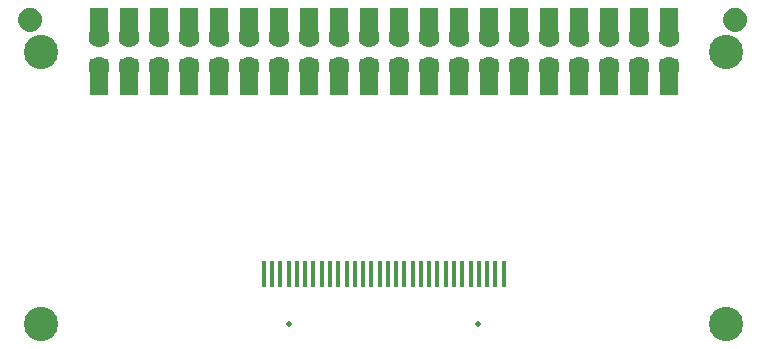
<source format=gbr>
G04 EAGLE Gerber RS-274X export*
G75*
%MOMM*%
%FSLAX34Y34*%
%LPD*%
%INSoldermask Bottom*%
%IPPOS*%
%AMOC8*
5,1,8,0,0,1.08239X$1,22.5*%
G01*
%ADD10R,0.451600X2.301600*%
%ADD11C,0.501600*%
%ADD12C,2.901600*%
%ADD13R,1.625600X3.149600*%
%ADD14C,1.778000*%
%ADD15C,1.101600*%
%ADD16C,0.500000*%


D10*
X223620Y76740D03*
X230620Y76740D03*
X237620Y76740D03*
X244620Y76740D03*
X251620Y76740D03*
X258620Y76740D03*
X265620Y76740D03*
X272620Y76740D03*
X279620Y76740D03*
X286620Y76740D03*
X293620Y76740D03*
X300620Y76740D03*
X307620Y76740D03*
X314620Y76740D03*
X321620Y76740D03*
X328620Y76740D03*
X335620Y76740D03*
X342620Y76740D03*
X349620Y76740D03*
X356620Y76740D03*
X363620Y76740D03*
X370620Y76740D03*
X377620Y76740D03*
X384620Y76740D03*
X391620Y76740D03*
X398620Y76740D03*
X405620Y76740D03*
X412620Y76740D03*
X419620Y76740D03*
X426620Y76740D03*
D11*
X245120Y34240D03*
X405120Y34240D03*
D12*
X35254Y265000D03*
X615254Y265000D03*
X615254Y35000D03*
D13*
X83950Y243394D03*
X83950Y286574D03*
X109350Y243394D03*
X109350Y286574D03*
X134750Y286574D03*
X134750Y243394D03*
X160150Y286574D03*
X160150Y243394D03*
X185550Y286574D03*
X185550Y243394D03*
X210950Y286574D03*
X210950Y243394D03*
X236350Y286574D03*
X236350Y243394D03*
X261750Y286574D03*
X261750Y243394D03*
X287150Y286574D03*
X287150Y243394D03*
X312550Y286574D03*
X312550Y243394D03*
X337950Y286574D03*
X337950Y243394D03*
X363350Y286574D03*
X363350Y243394D03*
X388750Y286574D03*
X388750Y243394D03*
X414150Y286574D03*
X414150Y243394D03*
X439550Y286574D03*
X439550Y243394D03*
X464950Y286574D03*
X464950Y243394D03*
X490350Y286574D03*
X490350Y243394D03*
X515750Y286574D03*
X515750Y243394D03*
X541150Y286574D03*
X541150Y243394D03*
X566550Y286574D03*
X566550Y243394D03*
D12*
X35254Y35000D03*
D14*
X83954Y252300D03*
X83954Y277700D03*
X109354Y252300D03*
X109354Y277700D03*
X134754Y252300D03*
X134754Y277700D03*
X160154Y252300D03*
X160154Y277700D03*
X185554Y252300D03*
X185554Y277700D03*
X210954Y252300D03*
X210954Y277700D03*
X236354Y252300D03*
X236354Y277700D03*
X261754Y252300D03*
X261754Y277700D03*
X287154Y252300D03*
X287154Y277700D03*
X312554Y252300D03*
X312554Y277700D03*
X337954Y252300D03*
X337954Y277700D03*
X363354Y252300D03*
X363354Y277700D03*
X388754Y252300D03*
X388754Y277700D03*
X414154Y252300D03*
X414154Y277700D03*
X439554Y252300D03*
X439554Y277700D03*
X464954Y252300D03*
X464954Y277700D03*
X490354Y252300D03*
X490354Y277700D03*
X515754Y252300D03*
X515754Y277700D03*
X541154Y252300D03*
X541154Y277700D03*
X566554Y252300D03*
X566554Y277700D03*
D15*
X25654Y292100D03*
D16*
X33154Y292100D02*
X33152Y292281D01*
X33145Y292462D01*
X33134Y292643D01*
X33119Y292824D01*
X33099Y293004D01*
X33075Y293184D01*
X33047Y293363D01*
X33014Y293541D01*
X32977Y293718D01*
X32936Y293895D01*
X32891Y294070D01*
X32841Y294245D01*
X32787Y294418D01*
X32729Y294589D01*
X32667Y294760D01*
X32600Y294928D01*
X32530Y295095D01*
X32456Y295261D01*
X32377Y295424D01*
X32295Y295585D01*
X32209Y295745D01*
X32119Y295902D01*
X32025Y296057D01*
X31928Y296210D01*
X31826Y296360D01*
X31722Y296508D01*
X31613Y296654D01*
X31502Y296796D01*
X31386Y296936D01*
X31268Y297073D01*
X31146Y297208D01*
X31021Y297339D01*
X30893Y297467D01*
X30762Y297592D01*
X30627Y297714D01*
X30490Y297832D01*
X30350Y297948D01*
X30208Y298059D01*
X30062Y298168D01*
X29914Y298272D01*
X29764Y298374D01*
X29611Y298471D01*
X29456Y298565D01*
X29299Y298655D01*
X29139Y298741D01*
X28978Y298823D01*
X28815Y298902D01*
X28649Y298976D01*
X28482Y299046D01*
X28314Y299113D01*
X28143Y299175D01*
X27972Y299233D01*
X27799Y299287D01*
X27624Y299337D01*
X27449Y299382D01*
X27272Y299423D01*
X27095Y299460D01*
X26917Y299493D01*
X26738Y299521D01*
X26558Y299545D01*
X26378Y299565D01*
X26197Y299580D01*
X26016Y299591D01*
X25835Y299598D01*
X25654Y299600D01*
X25473Y299598D01*
X25292Y299591D01*
X25111Y299580D01*
X24930Y299565D01*
X24750Y299545D01*
X24570Y299521D01*
X24391Y299493D01*
X24213Y299460D01*
X24036Y299423D01*
X23859Y299382D01*
X23684Y299337D01*
X23509Y299287D01*
X23336Y299233D01*
X23165Y299175D01*
X22994Y299113D01*
X22826Y299046D01*
X22659Y298976D01*
X22493Y298902D01*
X22330Y298823D01*
X22169Y298741D01*
X22009Y298655D01*
X21852Y298565D01*
X21697Y298471D01*
X21544Y298374D01*
X21394Y298272D01*
X21246Y298168D01*
X21100Y298059D01*
X20958Y297948D01*
X20818Y297832D01*
X20681Y297714D01*
X20546Y297592D01*
X20415Y297467D01*
X20287Y297339D01*
X20162Y297208D01*
X20040Y297073D01*
X19922Y296936D01*
X19806Y296796D01*
X19695Y296654D01*
X19586Y296508D01*
X19482Y296360D01*
X19380Y296210D01*
X19283Y296057D01*
X19189Y295902D01*
X19099Y295745D01*
X19013Y295585D01*
X18931Y295424D01*
X18852Y295261D01*
X18778Y295095D01*
X18708Y294928D01*
X18641Y294760D01*
X18579Y294589D01*
X18521Y294418D01*
X18467Y294245D01*
X18417Y294070D01*
X18372Y293895D01*
X18331Y293718D01*
X18294Y293541D01*
X18261Y293363D01*
X18233Y293184D01*
X18209Y293004D01*
X18189Y292824D01*
X18174Y292643D01*
X18163Y292462D01*
X18156Y292281D01*
X18154Y292100D01*
X18156Y291919D01*
X18163Y291738D01*
X18174Y291557D01*
X18189Y291376D01*
X18209Y291196D01*
X18233Y291016D01*
X18261Y290837D01*
X18294Y290659D01*
X18331Y290482D01*
X18372Y290305D01*
X18417Y290130D01*
X18467Y289955D01*
X18521Y289782D01*
X18579Y289611D01*
X18641Y289440D01*
X18708Y289272D01*
X18778Y289105D01*
X18852Y288939D01*
X18931Y288776D01*
X19013Y288615D01*
X19099Y288455D01*
X19189Y288298D01*
X19283Y288143D01*
X19380Y287990D01*
X19482Y287840D01*
X19586Y287692D01*
X19695Y287546D01*
X19806Y287404D01*
X19922Y287264D01*
X20040Y287127D01*
X20162Y286992D01*
X20287Y286861D01*
X20415Y286733D01*
X20546Y286608D01*
X20681Y286486D01*
X20818Y286368D01*
X20958Y286252D01*
X21100Y286141D01*
X21246Y286032D01*
X21394Y285928D01*
X21544Y285826D01*
X21697Y285729D01*
X21852Y285635D01*
X22009Y285545D01*
X22169Y285459D01*
X22330Y285377D01*
X22493Y285298D01*
X22659Y285224D01*
X22826Y285154D01*
X22994Y285087D01*
X23165Y285025D01*
X23336Y284967D01*
X23509Y284913D01*
X23684Y284863D01*
X23859Y284818D01*
X24036Y284777D01*
X24213Y284740D01*
X24391Y284707D01*
X24570Y284679D01*
X24750Y284655D01*
X24930Y284635D01*
X25111Y284620D01*
X25292Y284609D01*
X25473Y284602D01*
X25654Y284600D01*
X25835Y284602D01*
X26016Y284609D01*
X26197Y284620D01*
X26378Y284635D01*
X26558Y284655D01*
X26738Y284679D01*
X26917Y284707D01*
X27095Y284740D01*
X27272Y284777D01*
X27449Y284818D01*
X27624Y284863D01*
X27799Y284913D01*
X27972Y284967D01*
X28143Y285025D01*
X28314Y285087D01*
X28482Y285154D01*
X28649Y285224D01*
X28815Y285298D01*
X28978Y285377D01*
X29139Y285459D01*
X29299Y285545D01*
X29456Y285635D01*
X29611Y285729D01*
X29764Y285826D01*
X29914Y285928D01*
X30062Y286032D01*
X30208Y286141D01*
X30350Y286252D01*
X30490Y286368D01*
X30627Y286486D01*
X30762Y286608D01*
X30893Y286733D01*
X31021Y286861D01*
X31146Y286992D01*
X31268Y287127D01*
X31386Y287264D01*
X31502Y287404D01*
X31613Y287546D01*
X31722Y287692D01*
X31826Y287840D01*
X31928Y287990D01*
X32025Y288143D01*
X32119Y288298D01*
X32209Y288455D01*
X32295Y288615D01*
X32377Y288776D01*
X32456Y288939D01*
X32530Y289105D01*
X32600Y289272D01*
X32667Y289440D01*
X32729Y289611D01*
X32787Y289782D01*
X32841Y289955D01*
X32891Y290130D01*
X32936Y290305D01*
X32977Y290482D01*
X33014Y290659D01*
X33047Y290837D01*
X33075Y291016D01*
X33099Y291196D01*
X33119Y291376D01*
X33134Y291557D01*
X33145Y291738D01*
X33152Y291919D01*
X33154Y292100D01*
D15*
X622554Y292100D03*
D16*
X630054Y292100D02*
X630052Y292281D01*
X630045Y292462D01*
X630034Y292643D01*
X630019Y292824D01*
X629999Y293004D01*
X629975Y293184D01*
X629947Y293363D01*
X629914Y293541D01*
X629877Y293718D01*
X629836Y293895D01*
X629791Y294070D01*
X629741Y294245D01*
X629687Y294418D01*
X629629Y294589D01*
X629567Y294760D01*
X629500Y294928D01*
X629430Y295095D01*
X629356Y295261D01*
X629277Y295424D01*
X629195Y295585D01*
X629109Y295745D01*
X629019Y295902D01*
X628925Y296057D01*
X628828Y296210D01*
X628726Y296360D01*
X628622Y296508D01*
X628513Y296654D01*
X628402Y296796D01*
X628286Y296936D01*
X628168Y297073D01*
X628046Y297208D01*
X627921Y297339D01*
X627793Y297467D01*
X627662Y297592D01*
X627527Y297714D01*
X627390Y297832D01*
X627250Y297948D01*
X627108Y298059D01*
X626962Y298168D01*
X626814Y298272D01*
X626664Y298374D01*
X626511Y298471D01*
X626356Y298565D01*
X626199Y298655D01*
X626039Y298741D01*
X625878Y298823D01*
X625715Y298902D01*
X625549Y298976D01*
X625382Y299046D01*
X625214Y299113D01*
X625043Y299175D01*
X624872Y299233D01*
X624699Y299287D01*
X624524Y299337D01*
X624349Y299382D01*
X624172Y299423D01*
X623995Y299460D01*
X623817Y299493D01*
X623638Y299521D01*
X623458Y299545D01*
X623278Y299565D01*
X623097Y299580D01*
X622916Y299591D01*
X622735Y299598D01*
X622554Y299600D01*
X622373Y299598D01*
X622192Y299591D01*
X622011Y299580D01*
X621830Y299565D01*
X621650Y299545D01*
X621470Y299521D01*
X621291Y299493D01*
X621113Y299460D01*
X620936Y299423D01*
X620759Y299382D01*
X620584Y299337D01*
X620409Y299287D01*
X620236Y299233D01*
X620065Y299175D01*
X619894Y299113D01*
X619726Y299046D01*
X619559Y298976D01*
X619393Y298902D01*
X619230Y298823D01*
X619069Y298741D01*
X618909Y298655D01*
X618752Y298565D01*
X618597Y298471D01*
X618444Y298374D01*
X618294Y298272D01*
X618146Y298168D01*
X618000Y298059D01*
X617858Y297948D01*
X617718Y297832D01*
X617581Y297714D01*
X617446Y297592D01*
X617315Y297467D01*
X617187Y297339D01*
X617062Y297208D01*
X616940Y297073D01*
X616822Y296936D01*
X616706Y296796D01*
X616595Y296654D01*
X616486Y296508D01*
X616382Y296360D01*
X616280Y296210D01*
X616183Y296057D01*
X616089Y295902D01*
X615999Y295745D01*
X615913Y295585D01*
X615831Y295424D01*
X615752Y295261D01*
X615678Y295095D01*
X615608Y294928D01*
X615541Y294760D01*
X615479Y294589D01*
X615421Y294418D01*
X615367Y294245D01*
X615317Y294070D01*
X615272Y293895D01*
X615231Y293718D01*
X615194Y293541D01*
X615161Y293363D01*
X615133Y293184D01*
X615109Y293004D01*
X615089Y292824D01*
X615074Y292643D01*
X615063Y292462D01*
X615056Y292281D01*
X615054Y292100D01*
X615056Y291919D01*
X615063Y291738D01*
X615074Y291557D01*
X615089Y291376D01*
X615109Y291196D01*
X615133Y291016D01*
X615161Y290837D01*
X615194Y290659D01*
X615231Y290482D01*
X615272Y290305D01*
X615317Y290130D01*
X615367Y289955D01*
X615421Y289782D01*
X615479Y289611D01*
X615541Y289440D01*
X615608Y289272D01*
X615678Y289105D01*
X615752Y288939D01*
X615831Y288776D01*
X615913Y288615D01*
X615999Y288455D01*
X616089Y288298D01*
X616183Y288143D01*
X616280Y287990D01*
X616382Y287840D01*
X616486Y287692D01*
X616595Y287546D01*
X616706Y287404D01*
X616822Y287264D01*
X616940Y287127D01*
X617062Y286992D01*
X617187Y286861D01*
X617315Y286733D01*
X617446Y286608D01*
X617581Y286486D01*
X617718Y286368D01*
X617858Y286252D01*
X618000Y286141D01*
X618146Y286032D01*
X618294Y285928D01*
X618444Y285826D01*
X618597Y285729D01*
X618752Y285635D01*
X618909Y285545D01*
X619069Y285459D01*
X619230Y285377D01*
X619393Y285298D01*
X619559Y285224D01*
X619726Y285154D01*
X619894Y285087D01*
X620065Y285025D01*
X620236Y284967D01*
X620409Y284913D01*
X620584Y284863D01*
X620759Y284818D01*
X620936Y284777D01*
X621113Y284740D01*
X621291Y284707D01*
X621470Y284679D01*
X621650Y284655D01*
X621830Y284635D01*
X622011Y284620D01*
X622192Y284609D01*
X622373Y284602D01*
X622554Y284600D01*
X622735Y284602D01*
X622916Y284609D01*
X623097Y284620D01*
X623278Y284635D01*
X623458Y284655D01*
X623638Y284679D01*
X623817Y284707D01*
X623995Y284740D01*
X624172Y284777D01*
X624349Y284818D01*
X624524Y284863D01*
X624699Y284913D01*
X624872Y284967D01*
X625043Y285025D01*
X625214Y285087D01*
X625382Y285154D01*
X625549Y285224D01*
X625715Y285298D01*
X625878Y285377D01*
X626039Y285459D01*
X626199Y285545D01*
X626356Y285635D01*
X626511Y285729D01*
X626664Y285826D01*
X626814Y285928D01*
X626962Y286032D01*
X627108Y286141D01*
X627250Y286252D01*
X627390Y286368D01*
X627527Y286486D01*
X627662Y286608D01*
X627793Y286733D01*
X627921Y286861D01*
X628046Y286992D01*
X628168Y287127D01*
X628286Y287264D01*
X628402Y287404D01*
X628513Y287546D01*
X628622Y287692D01*
X628726Y287840D01*
X628828Y287990D01*
X628925Y288143D01*
X629019Y288298D01*
X629109Y288455D01*
X629195Y288615D01*
X629277Y288776D01*
X629356Y288939D01*
X629430Y289105D01*
X629500Y289272D01*
X629567Y289440D01*
X629629Y289611D01*
X629687Y289782D01*
X629741Y289955D01*
X629791Y290130D01*
X629836Y290305D01*
X629877Y290482D01*
X629914Y290659D01*
X629947Y290837D01*
X629975Y291016D01*
X629999Y291196D01*
X630019Y291376D01*
X630034Y291557D01*
X630045Y291738D01*
X630052Y291919D01*
X630054Y292100D01*
M02*

</source>
